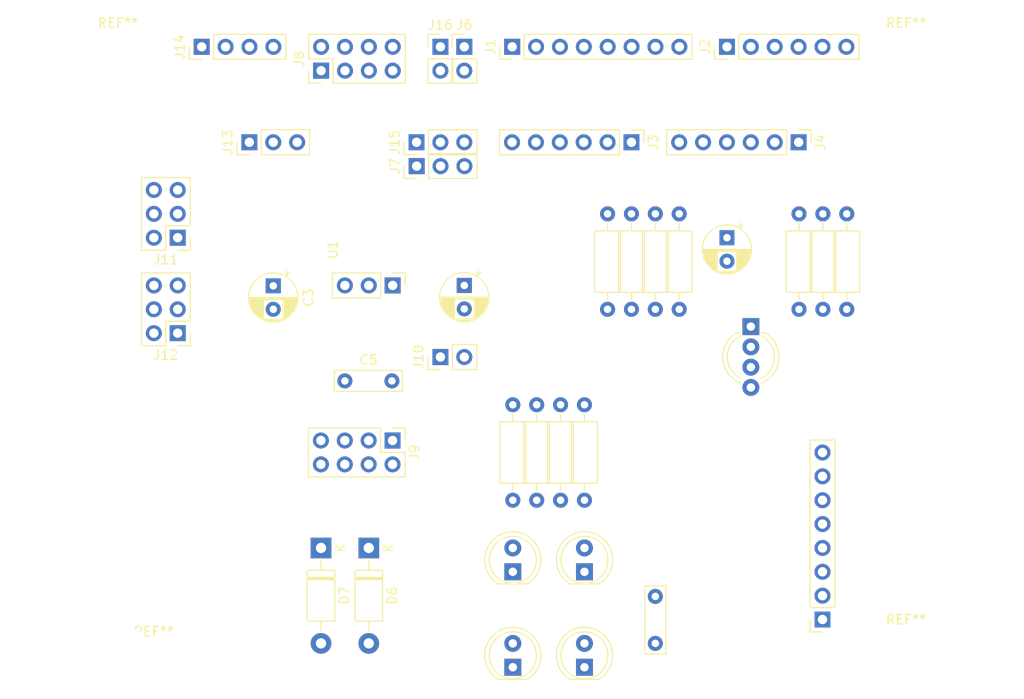
<source format=kicad_pcb>
(kicad_pcb (version 20211014) (generator pcbnew)
  (title_block (title "Wheellino Control Board") (date "2023-03-03") (rev "0.5.0"))
  (layers (0 "F.Cu" signal) (31 "B.Cu" signal) (34 "B.Paste" user) (35 "F.Paste" user) (36 "B.SilkS" user "B.Silkscreen") (37 "F.SilkS" user "F.Silkscreen") (38 "B.Mask" user) (39 "F.Mask" user) (44 "Edge.Cuts" user))
  (net 0 "")
  (net 1 "GND")
  (net 2 "Net-(D1-Pad1)")
  (net 3 "Net-(D1-Pad2)")
  (net 4 "Net-(D1-Pad4)")
  (net 5 "+5VD")
  (net 10 "Net-(J1-Pad4)")
  (net 11 "Net-(J2-Pad6)")
  (net 12 "+12V")
  (net 14 "Net-(D6-Pad1)")
  (net 15 "Net-(D7-Pad1)")
  (net 17 "Net-(D2-Pad2)")
  (net 18 "Net-(D3-Pad2)")
  (net 19 "Net-(D4-Pad2)")
  (net 20 "Net-(D5-Pad2)")
  (net 21 "Net-(J1-Pad7)")
  (net 22 "Net-(J1-Pad3)")
  (net 23 "Net-(J2-Pad4)")
  (net 24 "Net-(J1-Pad5)")
  (net 25 "Net-(J2-Pad5)")
  (net 26 "Net-(J3-Pad5)")
  (net 27 "Net-(J3-Pad2)")
  (net 28 "Net-(J10-Pad1)")
  (net 31 "+3V3")
  (net 33 "Net-(J15-Pad3)")
  (net 34 "Net-(J1-Pad8)")
  (net 35 "Net-(C1-Pad1)")
  (net 36 "Net-(D6-Pad2)")
  (net 37 "Net-(D7-Pad2)")
  (net 38 "Net-(J1-Pad1)")
  (net 39 "Net-(J1-Pad6)")
  (net 40 "Net-(J14-Pad2)")
  (net 41 "Net-(J13-Pad3)")
  (net 42 "Net-(J3-Pad3)")
  (net 43 "Net-(J3-Pad6)")
  (footprint "MountingHole:MountingHole_3.2mm_M3_DIN965" (layer "F.Cu") (at 207.01 140.97)
    (fp_text reference "REF**" (at 0 -3.8) (layer "F.SilkS"))
    (fp_text value "MountingHole_3.2mm_M3_DIN965")
    (pad "" np_thru_hole circle (at 0 0) (size 3.2 3.2) (drill 3.2) (layers *.Cu *.Mask))
  )
  (footprint "Connector_PinHeader_2.54mm:PinHeader_1x02_P2.54mm_Vertical" (layer "F.Cu") (at 160.02 76.2)
    (fp_text reference "J6" (at 0 -2.33) (layer "F.SilkS"))
    (fp_text value "Front sensor")
    (pad "1" thru_hole rect (at 0 0) (size 1.7 1.7) (drill 1) (layers *.Cu *.Mask) (net 5 "+5VD"))
    (pad "2" thru_hole oval (at 0 2.54) (size 1.7 1.7) (drill 1) (layers *.Cu *.Mask) (net 27 "Net-(J3-Pad2)"))
  )
  (footprint "Connector_PinSocket_2.54mm:PinSocket_1x08_P2.54mm_Vertical" (layer "F.Cu") (at 198.12 137.16 180)
    (fp_text reference "J5" hide)
    (fp_text value "GY527")
    (pad "1" thru_hole rect (at 0 0 180) (size 1.7 1.7) (drill 1) (layers *.Cu *.Mask) (net 5 "+5VD"))
    (pad "2" thru_hole oval (at 0 2.54 180) (size 1.7 1.7) (drill 1) (layers *.Cu *.Mask) (net 1 "GND"))
    (pad "3" thru_hole oval (at 0 5.08 180) (size 1.7 1.7) (drill 1) (layers *.Cu *.Mask) (net 43 "Net-(J3-Pad6)"))
    (pad "4" thru_hole oval (at 0 7.62 180) (size 1.7 1.7) (drill 1) (layers *.Cu *.Mask) (net 26 "Net-(J3-Pad5)"))
    (pad "5" thru_hole oval (at 0 10.16 180) (size 1.7 1.7) (drill 1) (layers *.Cu *.Mask))
    (pad "6" thru_hole oval (at 0 12.7 180) (size 1.7 1.7) (drill 1) (layers *.Cu *.Mask))
    (pad "7" thru_hole oval (at 0 15.24 180) (size 1.7 1.7) (drill 1) (layers *.Cu *.Mask))
    (pad "8" thru_hole oval (at 0 17.78 180) (size 1.7 1.7) (drill 1) (layers *.Cu *.Mask))
  )
  (footprint "Resistor_THT:R_Axial_DIN0207_L6.3mm_D2.5mm_P10.16mm_Horizontal" (layer "F.Cu") (at 170.26 114.3 -90)
    (fp_text reference "R11" hide)
    (fp_text value "1K")
    (pad "1" thru_hole circle (at 0 0 270) (size 1.6 1.6) (drill 0.8) (layers *.Cu *.Mask) (net 39 "Net-(J1-Pad6)"))
    (pad "2" thru_hole oval (at 10.16 0 270) (size 1.6 1.6) (drill 0.8) (layers *.Cu *.Mask) (net 20 "Net-(D5-Pad2)"))
  )
  (footprint "Diode_THT:D_DO-41_SOD81_P10.16mm_Horizontal" (layer "F.Cu") (at 149.86 129.54 -90)
    (fp_text reference "D6" (at 5.08 -2.47 90) (layer "F.SilkS"))
    (fp_text value "1N4001")
    (fp_text user "K" (at 0 -2.1 90) (layer "F.SilkS"))
    (pad "1" thru_hole rect (at 0 0 270) (size 2.2 2.2) (drill 1.1) (layers *.Cu *.Mask) (net 14 "Net-(D6-Pad1)"))
    (pad "2" thru_hole oval (at 10.16 0 270) (size 2.2 2.2) (drill 1.1) (layers *.Cu *.Mask) (net 36 "Net-(D6-Pad2)"))
  )
  (footprint "LED_THT:LED_D5.0mm-4_RGB_Wide_Pins" (layer "F.Cu") (at 190.5 105.98 -90)
    (fp_text reference "D1" hide)
    (fp_text value "Control LED")
    (pad "1" thru_hole rect (at 0 0 270) (size 1.8 1.8) (drill 0.9) (layers *.Cu *.Mask) (net 2 "Net-(D1-Pad1)"))
    (pad "2" thru_hole circle (at 2.159 0 270) (size 1.8 1.8) (drill 0.9) (layers *.Cu *.Mask) (net 3 "Net-(D1-Pad2)"))
    (pad "3" thru_hole circle (at 4.318 0 270) (size 1.8 1.8) (drill 0.9) (layers *.Cu *.Mask) (net 1 "GND"))
    (pad "4" thru_hole circle (at 6.477 0 270) (size 1.8 1.8) (drill 0.9) (layers *.Cu *.Mask) (net 4 "Net-(D1-Pad4)"))
  )
  (footprint "Connector_PinHeader_2.54mm:PinHeader_1x03_P2.54mm_Vertical" (layer "F.Cu") (at 154.955 88.9 90)
    (fp_text reference "J7" (at 0 -2.33 90) (layer "F.SilkS"))
    (fp_text value "Left wheel sensor")
    (pad "1" thru_hole rect (at 0 0 90) (size 1.7 1.7) (drill 1) (layers *.Cu *.Mask) (net 5 "+5VD"))
    (pad "2" thru_hole oval (at 0 2.54 90) (size 1.7 1.7) (drill 1) (layers *.Cu *.Mask) (net 1 "GND"))
    (pad "3" thru_hole oval (at 0 5.08 90) (size 1.7 1.7) (drill 1) (layers *.Cu *.Mask) (net 22 "Net-(J1-Pad3)"))
  )
  (footprint "Resistor_THT:R_Axial_DIN0207_L6.3mm_D2.5mm_P10.16mm_Horizontal" (layer "F.Cu") (at 172.8 114.3 -90)
    (fp_text reference "R10" hide)
    (fp_text value "1K")
    (pad "1" thru_hole circle (at 0 0 270) (size 1.6 1.6) (drill 0.8) (layers *.Cu *.Mask) (net 10 "Net-(J1-Pad4)"))
    (pad "2" thru_hole oval (at 10.16 0 270) (size 1.6 1.6) (drill 0.8) (layers *.Cu *.Mask) (net 19 "Net-(D4-Pad2)"))
  )
  (footprint "Connector_PinHeader_2.54mm:PinHeader_1x08_P2.54mm_Vertical" (layer "F.Cu") (at 165.115 76.2 90)
    (fp_text reference "J1" (at 0 -2.33 90) (layer "F.SilkS"))
    (fp_text value "Digital 0-7")
    (pad "1" thru_hole rect (at 0 0 90) (size 1.7 1.7) (drill 1) (layers *.Cu *.Mask) (net 38 "Net-(J1-Pad1)"))
    (pad "2" thru_hole oval (at 0 2.54 90) (size 1.7 1.7) (drill 1) (layers *.Cu *.Mask) (net 37 "Net-(D7-Pad2)"))
    (pad "3" thru_hole oval (at 0 5.08 90) (size 1.7 1.7) (drill 1) (layers *.Cu *.Mask) (net 22 "Net-(J1-Pad3)"))
    (pad "4" thru_hole oval (at 0 7.62 90) (size 1.7 1.7) (drill 1) (layers *.Cu *.Mask) (net 10 "Net-(J1-Pad4)"))
    (pad "5" thru_hole oval (at 0 10.16 90) (size 1.7 1.7) (drill 1) (layers *.Cu *.Mask) (net 24 "Net-(J1-Pad5)"))
    (pad "6" thru_hole oval (at 0 12.7 90) (size 1.7 1.7) (drill 1) (layers *.Cu *.Mask) (net 39 "Net-(J1-Pad6)"))
    (pad "7" thru_hole oval (at 0 15.24 90) (size 1.7 1.7) (drill 1) (layers *.Cu *.Mask) (net 21 "Net-(J1-Pad7)"))
    (pad "8" thru_hole oval (at 0 17.78 90) (size 1.7 1.7) (drill 1) (layers *.Cu *.Mask) (net 34 "Net-(J1-Pad8)"))
  )
  (footprint "Resistor_THT:R_Axial_DIN0207_L6.3mm_D2.5mm_P10.16mm_Horizontal" (layer "F.Cu") (at 175.26 93.98 -90)
    (fp_text reference "R6" hide)
    (fp_text value "47K")
    (pad "1" thru_hole circle (at 0 0 270) (size 1.6 1.6) (drill 0.8) (layers *.Cu *.Mask) (net 27 "Net-(J3-Pad2)"))
    (pad "2" thru_hole oval (at 10.16 0 270) (size 1.6 1.6) (drill 0.8) (layers *.Cu *.Mask) (net 1 "GND"))
  )
  (footprint "Capacitor_THT:CP_Radial_D5.0mm_P2.50mm" (layer "F.Cu") (at 187.96 96.52 -90)
    (fp_text reference "C1" hide)
    (fp_text value "22uF")
    (pad "1" thru_hole rect (at 0 0 270) (size 1.6 1.6) (drill 0.8) (layers *.Cu *.Mask) (net 35 "Net-(C1-Pad1)"))
    (pad "2" thru_hole circle (at 2.5 0 270) (size 1.6 1.6) (drill 0.8) (layers *.Cu *.Mask) (net 1 "GND"))
  )
  (footprint "Capacitor_THT:CP_Radial_D5.0mm_P2.50mm" (layer "F.Cu") (at 160.02 101.6 -90)
    (fp_text reference "C2" hide)
    (fp_text value "22uF")
    (pad "1" thru_hole rect (at 0 0 270) (size 1.6 1.6) (drill 0.8) (layers *.Cu *.Mask) (net 5 "+5VD"))
    (pad "2" thru_hole circle (at 2.5 0 270) (size 1.6 1.6) (drill 0.8) (layers *.Cu *.Mask) (net 1 "GND"))
  )
  (footprint "Connector_PinHeader_2.54mm:PinHeader_2x04_P2.54mm_Vertical" (layer "F.Cu") (at 144.79 78.74 90)
    (fp_text reference "J8" (at 1.27 -2.33 90) (layer "F.SilkS"))
    (fp_text value "Motors driver")
    (pad "1" thru_hole rect (at 0 0 90) (size 1.7 1.7) (drill 1) (layers *.Cu *.Mask) (net 23 "Net-(J2-Pad4)"))
    (pad "2" thru_hole oval (at 2.54 0 90) (size 1.7 1.7) (drill 1) (layers *.Cu *.Mask) (net 5 "+5VD"))
    (pad "3" thru_hole oval (at 0 2.54 90) (size 1.7 1.7) (drill 1) (layers *.Cu *.Mask) (net 21 "Net-(J1-Pad7)"))
    (pad "4" thru_hole oval (at 2.54 2.54 90) (size 1.7 1.7) (drill 1) (layers *.Cu *.Mask) (net 1 "GND"))
    (pad "5" thru_hole oval (at 0 5.08 90) (size 1.7 1.7) (drill 1) (layers *.Cu *.Mask) (net 39 "Net-(J1-Pad6)"))
    (pad "6" thru_hole oval (at 2.54 5.08 90) (size 1.7 1.7) (drill 1) (layers *.Cu *.Mask) (net 1 "GND"))
    (pad "7" thru_hole oval (at 0 7.62 90) (size 1.7 1.7) (drill 1) (layers *.Cu *.Mask) (net 10 "Net-(J1-Pad4)"))
    (pad "8" thru_hole oval (at 2.54 7.62 90) (size 1.7 1.7) (drill 1) (layers *.Cu *.Mask) (net 5 "+5VD"))
  )
  (footprint "LED_THT:LED_D5.0mm" (layer "F.Cu") (at 165.18 132.08 90)
    (fp_text reference "D2" hide)
    (fp_text value "LED LF")
    (pad "1" thru_hole rect (at 0 0 90) (size 1.8 1.8) (drill 0.9) (layers *.Cu *.Mask) (net 1 "GND"))
    (pad "2" thru_hole circle (at 2.54 0 90) (size 1.8 1.8) (drill 0.9) (layers *.Cu *.Mask) (net 17 "Net-(D2-Pad2)"))
  )
  (footprint "Connector_PinHeader_2.54mm:PinHeader_1x06_P2.54mm_Vertical" (layer "F.Cu") (at 187.96 76.2 90)
    (fp_text reference "J2" (at 0 -2.33 90) (layer "F.SilkS"))
    (fp_text value "Digital 8-13")
    (pad "1" thru_hole rect (at 0 0 90) (size 1.7 1.7) (drill 1) (layers *.Cu *.Mask) (net 40 "Net-(J14-Pad2)"))
    (pad "2" thru_hole oval (at 0 2.54 90) (size 1.7 1.7) (drill 1) (layers *.Cu *.Mask) (net 41 "Net-(J13-Pad3)"))
    (pad "3" thru_hole oval (at 0 5.08 90) (size 1.7 1.7) (drill 1) (layers *.Cu *.Mask) (net 33 "Net-(J15-Pad3)"))
    (pad "4" thru_hole oval (at 0 7.62 90) (size 1.7 1.7) (drill 1) (layers *.Cu *.Mask) (net 23 "Net-(J2-Pad4)"))
    (pad "5" thru_hole oval (at 0 10.16 90) (size 1.7 1.7) (drill 1) (layers *.Cu *.Mask) (net 25 "Net-(J2-Pad5)"))
    (pad "6" thru_hole oval (at 0 12.7 90) (size 1.7 1.7) (drill 1) (layers *.Cu *.Mask) (net 11 "Net-(J2-Pad6)"))
  )
  (footprint "Connector_PinHeader_2.54mm:PinHeader_1x03_P2.54mm_Vertical" (layer "F.Cu") (at 152.4 101.6 -90)
    (fp_text reference "U1" (at -3.81 6.35 90) (layer "F.SilkS"))
    (fp_text value "3V3")
    (pad "1" thru_hole rect (at 0 0 270) (size 1.7 1.7) (drill 1) (layers *.Cu *.Mask) (net 5 "+5VD"))
    (pad "2" thru_hole oval (at 0 2.54 270) (size 1.7 1.7) (drill 1) (layers *.Cu *.Mask) (net 1 "GND"))
    (pad "3" thru_hole oval (at 0 5.08 270) (size 1.7 1.7) (drill 1) (layers *.Cu *.Mask) (net 31 "+3V3"))
  )
  (footprint "MountingHole:MountingHole_3.2mm_M3_DIN965" (layer "F.Cu") (at 207.01 77.47)
    (fp_text reference "REF**" (at 0 -3.8) (layer "F.SilkS"))
    (fp_text value "MountingHole_3.2mm_M3_DIN965")
    (pad "" np_thru_hole circle (at 0 0) (size 3.2 3.2) (drill 3.2) (layers *.Cu *.Mask))
  )
  (footprint "Resistor_THT:R_Axial_DIN0207_L6.3mm_D2.5mm_P10.16mm_Horizontal" (layer "F.Cu") (at 180.34 93.98 -90)
    (fp_text reference "R5" hide)
    (fp_text value "10K")
    (pad "1" thru_hole circle (at 0 0 270) (size 1.6 1.6) (drill 0.8) (layers *.Cu *.Mask) (net 35 "Net-(C1-Pad1)"))
    (pad "2" thru_hole oval (at 10.16 0 270) (size 1.6 1.6) (drill 0.8) (layers *.Cu *.Mask) (net 1 "GND"))
  )
  (footprint "Resistor_THT:R_Axial_DIN0207_L6.3mm_D2.5mm_P10.16mm_Horizontal" (layer "F.Cu") (at 177.8 93.98 -90)
    (fp_text reference "R7" hide)
    (fp_text value "47K")
    (pad "1" thru_hole circle (at 0 0 270) (size 1.6 1.6) (drill 0.8) (layers *.Cu *.Mask) (net 42 "Net-(J3-Pad3)"))
    (pad "2" thru_hole oval (at 10.16 0 270) (size 1.6 1.6) (drill 0.8) (layers *.Cu *.Mask) (net 1 "GND"))
  )
  (footprint "Connector_PinHeader_2.54mm:PinHeader_1x03_P2.54mm_Vertical" (layer "F.Cu") (at 137.16 86.36 90)
    (fp_text reference "J13" (at 0 -2.33 90) (layer "F.SilkS"))
    (fp_text value "Servo")
    (pad "1" thru_hole rect (at 0 0 90) (size 1.7 1.7) (drill 1) (layers *.Cu *.Mask) (net 1 "GND"))
    (pad "2" thru_hole oval (at 0 2.54 90) (size 1.7 1.7) (drill 1) (layers *.Cu *.Mask) (net 5 "+5VD"))
    (pad "3" thru_hole oval (at 0 5.08 90) (size 1.7 1.7) (drill 1) (layers *.Cu *.Mask) (net 41 "Net-(J13-Pad3)"))
  )
  (footprint "Resistor_THT:R_Axial_DIN0207_L6.3mm_D2.5mm_P10.16mm_Horizontal" (layer "F.Cu") (at 167.72 114.3 -90)
    (fp_text reference "R9" hide)
    (fp_text value "1K")
    (pad "1" thru_hole circle (at 0 0 270) (size 1.6 1.6) (drill 0.8) (layers *.Cu *.Mask) (net 21 "Net-(J1-Pad7)"))
    (pad "2" thru_hole oval (at 10.16 0 270) (size 1.6 1.6) (drill 0.8) (layers *.Cu *.Mask) (net 18 "Net-(D3-Pad2)"))
  )
  (footprint "Capacitor_THT:C_Rect_L7.0mm_W2.0mm_P5.00mm" (layer "F.Cu") (at 180.34 139.7 90)
    (fp_text reference "C4" hide)
    (fp_text value "1n")
    (pad "1" thru_hole circle (at 0 0 90) (size 1.6 1.6) (drill 0.8) (layers *.Cu *.Mask) (net 5 "+5VD"))
    (pad "2" thru_hole circle (at 5 0 90) (size 1.6 1.6) (drill 0.8) (layers *.Cu *.Mask) (net 1 "GND"))
  )
  (footprint "Capacitor_THT:C_Rect_L7.0mm_W2.0mm_P5.00mm" (layer "F.Cu") (at 147.32 111.76)
    (fp_text reference "C5" (at 2.5 -2.25) (layer "F.SilkS"))
    (fp_text value "1n")
    (pad "1" thru_hole circle (at 0 0) (size 1.6 1.6) (drill 0.8) (layers *.Cu *.Mask) (net 31 "+3V3"))
    (pad "2" thru_hole circle (at 5 0) (size 1.6 1.6) (drill 0.8) (layers *.Cu *.Mask) (net 1 "GND"))
  )
  (footprint "LED_THT:LED_D5.0mm" (layer "F.Cu") (at 165.18 142.24 90)
    (fp_text reference "D3" hide)
    (fp_text value "LED LB")
    (pad "1" thru_hole rect (at 0 0 90) (size 1.8 1.8) (drill 0.9) (layers *.Cu *.Mask) (net 1 "GND"))
    (pad "2" thru_hole circle (at 2.54 0 90) (size 1.8 1.8) (drill 0.9) (layers *.Cu *.Mask) (net 18 "Net-(D3-Pad2)"))
  )
  (footprint "Connector_PinHeader_2.54mm:PinHeader_2x03_P2.54mm_Vertical" (layer "F.Cu") (at 129.54 96.52 180)
    (fp_text reference "J11" (at 1.27 -2.33) (layer "F.SilkS"))
    (fp_text value "12V")
    (pad "1" thru_hole rect (at 0 0 180) (size 1.7 1.7) (drill 1) (layers *.Cu *.Mask) (net 12 "+12V"))
    (pad "2" thru_hole oval (at 2.54 0 180) (size 1.7 1.7) (drill 1) (layers *.Cu *.Mask) (net 1 "GND"))
    (pad "3" thru_hole oval (at 0 2.54 180) (size 1.7 1.7) (drill 1) (layers *.Cu *.Mask) (net 12 "+12V"))
    (pad "4" thru_hole oval (at 2.54 2.54 180) (size 1.7 1.7) (drill 1) (layers *.Cu *.Mask) (net 1 "GND"))
    (pad "5" thru_hole oval (at 0 5.08 180) (size 1.7 1.7) (drill 1) (layers *.Cu *.Mask) (net 12 "+12V"))
    (pad "6" thru_hole oval (at 2.54 5.08 180) (size 1.7 1.7) (drill 1) (layers *.Cu *.Mask) (net 1 "GND"))
  )
  (footprint "Resistor_THT:R_Axial_DIN0207_L6.3mm_D2.5mm_P10.16mm_Horizontal" (layer "F.Cu") (at 195.62 93.98 -90)
    (fp_text reference "R3" hide)
    (fp_text value "220")
    (pad "1" thru_hole circle (at 0 0 270) (size 1.6 1.6) (drill 0.8) (layers *.Cu *.Mask) (net 11 "Net-(J2-Pad6)"))
    (pad "2" thru_hole oval (at 10.16 0 270) (size 1.6 1.6) (drill 0.8) (layers *.Cu *.Mask) (net 2 "Net-(D1-Pad1)"))
  )
  (footprint "Connector_PinHeader_2.54mm:PinHeader_1x04_P2.54mm_Vertical" (layer "F.Cu") (at 132.09 76.2 90)
    (fp_text reference "J14" (at 0 -2.33 90) (layer "F.SilkS"))
    (fp_text value "SR04")
    (pad "1" thru_hole rect (at 0 0 90) (size 1.7 1.7) (drill 1) (layers *.Cu *.Mask) (net 5 "+5VD"))
    (pad "2" thru_hole oval (at 0 2.54 90) (size 1.7 1.7) (drill 1) (layers *.Cu *.Mask) (net 40 "Net-(J14-Pad2)"))
    (pad "3" thru_hole oval (at 0 5.08 90) (size 1.7 1.7) (drill 1) (layers *.Cu *.Mask) (net 34 "Net-(J1-Pad8)"))
    (pad "4" thru_hole oval (at 0 7.62 90) (size 1.7 1.7) (drill 1) (layers *.Cu *.Mask) (net 1 "GND"))
  )
  (footprint "Connector_PinHeader_2.54mm:PinHeader_2x03_P2.54mm_Vertical" (layer "F.Cu") (at 129.54 106.68 180)
    (fp_text reference "J12" (at 1.27 -2.33) (layer "F.SilkS"))
    (fp_text value "5V")
    (pad "1" thru_hole rect (at 0 0 180) (size 1.7 1.7) (drill 1) (layers *.Cu *.Mask) (net 5 "+5VD"))
    (pad "2" thru_hole oval (at 2.54 0 180) (size 1.7 1.7) (drill 1) (layers *.Cu *.Mask) (net 1 "GND"))
    (pad "3" thru_hole oval (at 0 2.54 180) (size 1.7 1.7) (drill 1) (layers *.Cu *.Mask) (net 5 "+5VD"))
    (pad "4" thru_hole oval (at 2.54 2.54 180) (size 1.7 1.7) (drill 1) (layers *.Cu *.Mask) (net 1 "GND"))
    (pad "5" thru_hole oval (at 0 5.08 180) (size 1.7 1.7) (drill 1) (layers *.Cu *.Mask) (net 5 "+5VD"))
    (pad "6" thru_hole oval (at 2.54 5.08 180) (size 1.7 1.7) (drill 1) (layers *.Cu *.Mask) (net 1 "GND"))
  )
  (footprint "Connector_PinHeader_2.54mm:PinHeader_1x02_P2.54mm_Vertical" (layer "F.Cu") (at 157.48 76.2)
    (fp_text reference "J16" (at 0 -2.33) (layer "F.SilkS"))
    (fp_text value "Rear sensor")
    (pad "1" thru_hole rect (at 0 0) (size 1.7 1.7) (drill 1) (layers *.Cu *.Mask) (net 5 "+5VD"))
    (pad "2" thru_hole oval (at 0 2.54) (size 1.7 1.7) (drill 1) (layers *.Cu *.Mask) (net 42 "Net-(J3-Pad3)"))
  )
  (footprint "Capacitor_THT:CP_Radial_D5.0mm_P2.50mm" (layer "F.Cu") (at 139.7 101.64 -90)
    (fp_text reference "C3" (at 1.25 -3.75 90) (layer "F.SilkS"))
    (fp_text value "22uF")
    (pad "1" thru_hole rect (at 0 0 270) (size 1.6 1.6) (drill 0.8) (layers *.Cu *.Mask) (net 31 "+3V3"))
    (pad "2" thru_hole circle (at 2.5 0 270) (size 1.6 1.6) (drill 0.8) (layers *.Cu *.Mask) (net 1 "GND"))
  )
  (footprint "Resistor_THT:R_Axial_DIN0207_L6.3mm_D2.5mm_P10.16mm_Horizontal" (layer "F.Cu") (at 165.18 114.3 -90)
    (fp_text reference "R8" hide)
    (fp_text value "1K")
    (pad "1" thru_hole circle (at 0 0 270) (size 1.6 1.6) (drill 0.8) (layers *.Cu *.Mask) (net 23 "Net-(J2-Pad4)"))
    (pad "2" thru_hole oval (at 10.16 0 270) (size 1.6 1.6) (drill 0.8) (layers *.Cu *.Mask) (net 17 "Net-(D2-Pad2)"))
  )
  (footprint "MountingHole:MountingHole_3.2mm_M3_DIN965" (layer "F.Cu") (at 124.46 139.7)
    (fp_text reference "REF**" (at 2.54 -1.26) (layer "F.SilkS"))
    (fp_text value "MountingHole_3.2mm_M3_DIN965")
    (pad "" np_thru_hole circle (at 0 0) (size 3.2 3.2) (drill 3.2) (layers *.Cu *.Mask))
  )
  (footprint "Connector_PinHeader_2.54mm:PinHeader_2x04_P2.54mm_Vertical" (layer "F.Cu") (at 152.39 118.105 -90)
    (fp_text reference "J9" (at 1.27 -2.33 90) (layer "F.SilkS"))
    (fp_text value "ESP8266")
    (pad "1" thru_hole rect (at 0 0 270) (size 1.7 1.7) (drill 1) (layers *.Cu *.Mask) (net 28 "Net-(J10-Pad1)"))
    (pad "2" thru_hole oval (at 2.54 0 270) (size 1.7 1.7) (drill 1) (layers *.Cu *.Mask) (net 1 "GND"))
    (pad "3" thru_hole oval (at 0 2.54 270) (size 1.7 1.7) (drill 1) (layers *.Cu *.Mask))
    (pad "4" thru_hole oval (at 2.54 2.54 270) (size 1.7 1.7) (drill 1) (layers *.Cu *.Mask))
    (pad "5" thru_hole oval (at 0 5.08 270) (size 1.7 1.7) (drill 1) (layers *.Cu *.Mask) (net 14 "Net-(D6-Pad1)"))
    (pad "6" thru_hole oval (at 2.54 5.08 270) (size 1.7 1.7) (drill 1) (layers *.Cu *.Mask) (net 31 "+3V3"))
    (pad "7" thru_hole oval (at 0 7.62 270) (size 1.7 1.7) (drill 1) (layers *.Cu *.Mask) (net 31 "+3V3"))
    (pad "8" thru_hole oval (at 2.54 7.62 270) (size 1.7 1.7) (drill 1) (layers *.Cu *.Mask) (net 15 "Net-(D7-Pad1)"))
  )
  (footprint "Connector_PinHeader_2.54mm:PinHeader_1x02_P2.54mm_Vertical" (layer "F.Cu") (at 157.48 109.22 90)
    (fp_text reference "J10" (at 0 -2.33 90) (layer "F.SilkS"))
    (fp_text value "WiFi Jumper")
    (pad "1" thru_hole rect (at 0 0 90) (size 1.7 1.7) (drill 1) (layers *.Cu *.Mask) (net 28 "Net-(J10-Pad1)"))
    (pad "2" thru_hole oval (at 0 2.54 90) (size 1.7 1.7) (drill 1) (layers *.Cu *.Mask) (net 38 "Net-(J1-Pad1)"))
  )
  (footprint "Diode_THT:D_DO-41_SOD81_P10.16mm_Horizontal" (layer "F.Cu") (at 144.78 129.54 -90)
    (fp_text reference "D7" (at 5.08 -2.47 90) (layer "F.SilkS"))
    (fp_text value "1N4001")
    (fp_text user "K" (at 0 -2.1 90) (layer "F.SilkS"))
    (pad "1" thru_hole rect (at 0 0 270) (size 2.2 2.2) (drill 1.1) (layers *.Cu *.Mask) (net 15 "Net-(D7-Pad1)"))
    (pad "2" thru_hole oval (at 10.16 0 270) (size 2.2 2.2) (drill 1.1) (layers *.Cu *.Mask) (net 37 "Net-(D7-Pad2)"))
  )
  (footprint "Resistor_THT:R_Axial_DIN0207_L6.3mm_D2.5mm_P10.16mm_Horizontal" (layer "F.Cu") (at 182.88 104.14 90)
    (fp_text reference "R4" hide)
    (fp_text value "22K")
    (pad "1" thru_hole circle (at 0 0 90) (size 1.6 1.6) (drill 0.8) (layers *.Cu *.Mask) (net 12 "+12V"))
    (pad "2" thru_hole oval (at 10.16 0 90) (size 1.6 1.6) (drill 0.8) (layers *.Cu *.Mask) (net 35 "Net-(C1-Pad1)"))
  )
  (footprint "Connector_PinHeader_2.54mm:PinHeader_1x06_P2.54mm_Vertical" (layer "F.Cu") (at 195.58 86.36 -90)
    (fp_text reference "J4" (at 0 -2.33 90) (layer "F.SilkS"))
    (fp_text value "Power")
    (pad "1" thru_hole rect (at 0 0 270) (size 1.7 1.7) (drill 1) (layers *.Cu *.Mask) (net 36 "Net-(D6-Pad2)"))
    (pad "2" thru_hole oval (at 0 2.54 270) (size 1.7 1.7) (drill 1) (layers *.Cu *.Mask))
    (pad "3" thru_hole oval (at 0 5.08 270) (size 1.7 1.7) (drill 1) (layers *.Cu *.Mask) (net 5 "+5VD"))
    (pad "4" thru_hole oval (at 0 7.62 270) (size 1.7 1.7) (drill 1) (layers *.Cu *.Mask) (net 1 "GND"))
    (pad "5" thru_hole oval (at 0 10.16 270) (size 1.7 1.7) (drill 1) (layers *.Cu *.Mask) (net 1 "GND"))
    (pad "6" thru_hole oval (at 0 12.7 270) (size 1.7 1.7) (drill 1) (layers *.Cu *.Mask))
  )
  (footprint "Connector_PinHeader_2.54mm:PinHeader_1x06_P2.54mm_Vertical" (layer "F.Cu") (at 177.8 86.36 -90)
    (fp_text reference "J3" (at 0 -2.33 90) (layer "F.SilkS"))
    (fp_text value "Analog")
    (pad "1" thru_hole rect (at 0 0 270) (size 1.7 1.7) (drill 1) (layers *.Cu *.Mask))
    (pad "2" thru_hole oval (at 0 2.54 270) (size 1.7 1.7) (drill 1) (layers *.Cu *.Mask) (net 27 "Net-(J3-Pad2)"))
    (pad "3" thru_hole oval (at 0 5.08 270) (size 1.7 1.7) (drill 1) (layers *.Cu *.Mask) (net 42 "Net-(J3-Pad3)"))
    (pad "4" thru_hole oval (at 0 7.62 270) (size 1.7 1.7) (drill 1) (layers *.Cu *.Mask) (net 35 "Net-(C1-Pad1)"))
    (pad "5" thru_hole oval (at 0 10.16 270) (size 1.7 1.7) (drill 1) (layers *.Cu *.Mask) (net 26 "Net-(J3-Pad5)"))
    (pad "6" thru_hole oval (at 0 12.7 270) (size 1.7 1.7) (drill 1) (layers *.Cu *.Mask) (net 43 "Net-(J3-Pad6)"))
  )
  (footprint "Resistor_THT:R_Axial_DIN0207_L6.3mm_D2.5mm_P10.16mm_Horizontal" (layer "F.Cu") (at 200.7 93.98 -90)
    (fp_text reference "R1" hide)
    (fp_text value "220")
    (pad "1" thru_hole circle (at 0 0 270) (size 1.6 1.6) (drill 0.8) (layers *.Cu *.Mask) (net 24 "Net-(J1-Pad5)"))
    (pad "2" thru_hole oval (at 10.16 0 270) (size 1.6 1.6) (drill 0.8) (layers *.Cu *.Mask) (net 4 "Net-(D1-Pad4)"))
  )
  (footprint "Connector_PinHeader_2.54mm:PinHeader_1x03_P2.54mm_Vertical" (layer "F.Cu") (at 154.94 86.36 90)
    (fp_text reference "J15" (at 0 -2.33 90) (layer "F.SilkS"))
    (fp_text value "Right wheel sensor")
    (pad "1" thru_hole rect (at 0 0 90) (size 1.7 1.7) (drill 1) (layers *.Cu *.Mask) (net 5 "+5VD"))
    (pad "2" thru_hole oval (at 0 2.54 90) (size 1.7 1.7) (drill 1) (layers *.Cu *.Mask) (net 1 "GND"))
    (pad "3" thru_hole oval (at 0 5.08 90) (size 1.7 1.7) (drill 1) (layers *.Cu *.Mask) (net 33 "Net-(J15-Pad3)"))
  )
  (footprint "LED_THT:LED_D5.0mm" (layer "F.Cu") (at 172.8 132.08 90)
    (fp_text reference "D4" hide)
    (fp_text value "LED RF")
    (pad "1" thru_hole rect (at 0 0 90) (size 1.8 1.8) (drill 0.9) (layers *.Cu *.Mask) (net 1 "GND"))
    (pad "2" thru_hole circle (at 2.54 0 90) (size 1.8 1.8) (drill 0.9) (layers *.Cu *.Mask) (net 19 "Net-(D4-Pad2)"))
  )
  (footprint "MountingHole:MountingHole_3.2mm_M3_DIN965" (layer "F.Cu") (at 123.19 77.47)
    (fp_text reference "REF**" (at 0 -3.8) (layer "F.SilkS"))
    (fp_text value "MountingHole_3.2mm_M3_DIN965")
    (pad "" np_thru_hole circle (at 0 0) (size 3.2 3.2) (drill 3.2) (layers *.Cu *.Mask))
  )
  (footprint "Resistor_THT:R_Axial_DIN0207_L6.3mm_D2.5mm_P10.16mm_Horizontal" (layer "F.Cu") (at 198.16 93.98 -90)
    (fp_text reference "R2" hide)
    (fp_text value "220")
    (pad "1" thru_hole circle (at 0 0 270) (size 1.6 1.6) (drill 0.8) (layers *.Cu *.Mask) (net 25 "Net-(J2-Pad5)"))
    (pad "2" thru_hole oval (at 10.16 0 270) (size 1.6 1.6) (drill 0.8) (layers *.Cu *.Mask) (net 3 "Net-(D1-Pad2)"))
  )
  (footprint "LED_THT:LED_D5.0mm" (layer "F.Cu") (at 172.8 142.24 90)
    (fp_text reference "D5" hide)
    (fp_text value "LED RB")
    (pad "1" thru_hole rect (at 0 0 90) (size 1.8 1.8) (drill 0.9) (layers *.Cu *.Mask) (net 1 "GND"))
    (pad "2" thru_hole circle (at 2.54 0 90) (size 1.8 1.8) (drill 0.9) (layers *.Cu *.Mask) (net 20 "Net-(D5-Pad2)"))
  )
)
</source>
